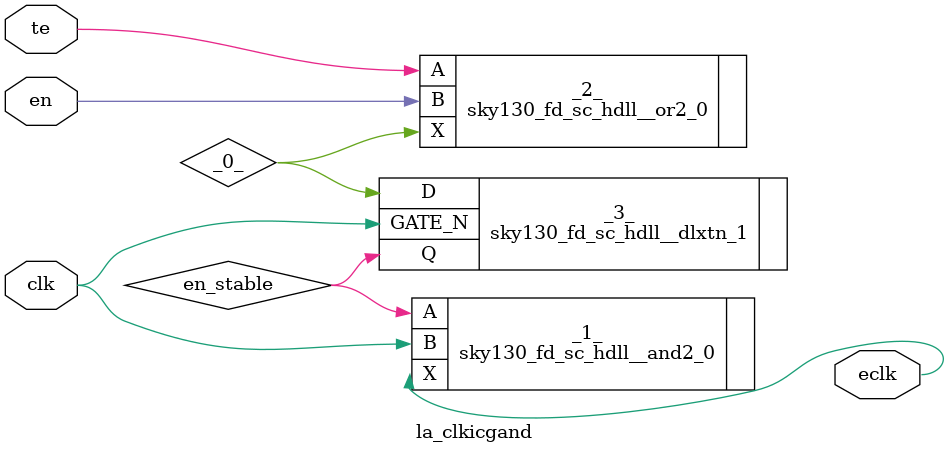
<source format=v>

/* Generated by Yosys 0.37 (git sha1 a5c7f69ed, clang 14.0.0-1ubuntu1.1 -fPIC -Os) */

module la_clkicgand(clk, te, en, eclk);
  wire _0_;
  input clk;
  wire clk;
  output eclk;
  wire eclk;
  input en;
  wire en;
  wire en_stable;
  input te;
  wire te;
  sky130_fd_sc_hdll__and2_0 _1_ (
    .A(en_stable),
    .B(clk),
    .X(eclk)
  );
  sky130_fd_sc_hdll__or2_0 _2_ (
    .A(te),
    .B(en),
    .X(_0_)
  );
  sky130_fd_sc_hdll__dlxtn_1 _3_ (
    .D(_0_),
    .GATE_N(clk),
    .Q(en_stable)
  );
endmodule

</source>
